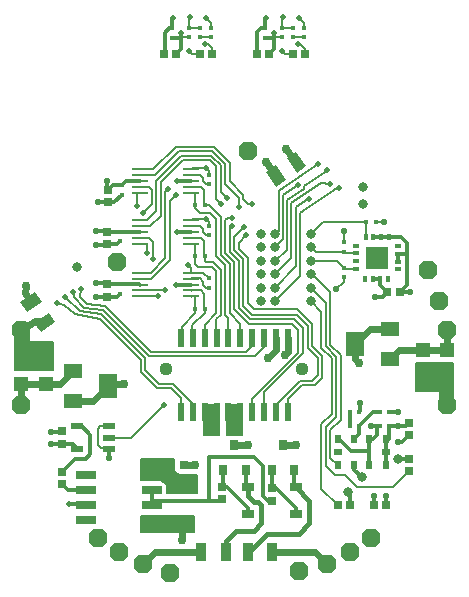
<source format=gtl>
G75*
%MOIN*%
%OFA0B0*%
%FSLAX24Y24*%
%IPPOS*%
%LPD*%
%AMOC8*
5,1,8,0,0,1.08239X$1,22.5*
%
%ADD10R,0.0380X0.0600*%
%ADD11R,0.0630X0.0512*%
%ADD12R,0.0630X0.0787*%
%ADD13R,0.1260X0.0276*%
%ADD14R,0.0453X0.0512*%
%ADD15OC8,0.0630*%
%ADD16R,0.0236X0.0630*%
%ADD17C,0.0437*%
%ADD18R,0.0551X0.0110*%
%ADD19R,0.0170X0.0170*%
%ADD20R,0.0300X0.0270*%
%ADD21R,0.0394X0.0217*%
%ADD22R,0.0700X0.0250*%
%ADD23R,0.0315X0.0354*%
%ADD24R,0.0400X0.0300*%
%ADD25R,0.0270X0.0300*%
%ADD26R,0.0236X0.0276*%
%ADD27R,0.0276X0.0236*%
%ADD28R,0.0768X0.0768*%
%ADD29R,0.0240X0.0120*%
%ADD30R,0.0120X0.0240*%
%ADD31C,0.0317*%
%ADD32R,0.0740X0.0480*%
%ADD33R,0.0300X0.0300*%
%ADD34R,0.0315X0.0315*%
%ADD35C,0.0198*%
%ADD36C,0.0120*%
%ADD37C,0.0060*%
%ADD38C,0.0210*%
%ADD39C,0.0200*%
%ADD40C,0.0300*%
%ADD41C,0.0240*%
%ADD42C,0.0160*%
D10*
X009780Y004740D03*
X010600Y004740D03*
X011330Y004740D03*
X012150Y004740D03*
G36*
X004711Y012701D02*
X004923Y012386D01*
X004427Y012051D01*
X004215Y012366D01*
X004711Y012701D01*
G37*
G36*
X004253Y013381D02*
X004465Y013066D01*
X003969Y012731D01*
X003757Y013046D01*
X004253Y013381D01*
G37*
G36*
X012600Y017119D02*
X012285Y016907D01*
X011950Y017403D01*
X012265Y017615D01*
X012600Y017119D01*
G37*
G36*
X013280Y017577D02*
X012965Y017365D01*
X012630Y017861D01*
X012945Y018073D01*
X013280Y017577D01*
G37*
D11*
X016061Y012169D03*
X016061Y011169D03*
X005519Y010761D03*
X005519Y009761D03*
D12*
X006661Y010261D03*
X014919Y011669D03*
D13*
X017584Y010890D03*
X004196Y010890D03*
D14*
X003793Y010309D03*
X004600Y010309D03*
X004600Y011471D03*
X003793Y011471D03*
X017180Y011471D03*
X017987Y011471D03*
X017987Y010309D03*
X017180Y010309D03*
D15*
X017990Y009640D03*
X017990Y012140D03*
X017694Y013091D03*
X017340Y014132D03*
X011340Y018090D03*
X006990Y014390D03*
X003790Y012140D03*
X003790Y009640D03*
X006357Y005190D03*
X007041Y004736D03*
X007840Y004340D03*
X008740Y004040D03*
X013040Y004090D03*
X013990Y004340D03*
X014740Y004740D03*
X015440Y005190D03*
D16*
X012662Y009385D03*
X012268Y009385D03*
X011874Y009385D03*
X011481Y009385D03*
X011087Y009385D03*
X010693Y009385D03*
X010299Y009385D03*
X009906Y009385D03*
X009512Y009385D03*
X009118Y009385D03*
X009118Y011846D03*
X009512Y011846D03*
X009906Y011846D03*
X010299Y011846D03*
X010693Y011846D03*
X011087Y011846D03*
X011481Y011846D03*
X011874Y011846D03*
X012268Y011846D03*
X012662Y011846D03*
D17*
X013154Y010812D03*
X008626Y010812D03*
D18*
X009433Y013246D03*
X009433Y013443D03*
X009433Y013640D03*
X009433Y013837D03*
X009433Y014034D03*
X009433Y014996D03*
X009433Y015193D03*
X009433Y015390D03*
X009433Y015587D03*
X009433Y015784D03*
X009433Y016696D03*
X009433Y016893D03*
X009433Y017090D03*
X009433Y017287D03*
X009433Y017484D03*
X007747Y017484D03*
X007747Y017287D03*
X007747Y017090D03*
X007747Y016893D03*
X007747Y016696D03*
X007747Y015784D03*
X007747Y015587D03*
X007747Y015390D03*
X007747Y015193D03*
X007747Y014996D03*
X007747Y014034D03*
X007747Y013837D03*
X007747Y013640D03*
X007747Y013443D03*
X007747Y013246D03*
D19*
X007090Y013335D03*
X007090Y013645D03*
X007090Y015085D03*
X007090Y015395D03*
X007140Y016635D03*
X007140Y016945D03*
X009585Y016290D03*
X009895Y016290D03*
X010040Y015595D03*
X010040Y015285D03*
X009895Y014590D03*
X009585Y014590D03*
X010040Y013845D03*
X010040Y013535D03*
X009895Y012840D03*
X009585Y012840D03*
X010040Y016985D03*
X010040Y017295D03*
X010107Y021877D03*
X010107Y022187D03*
X009741Y022187D03*
X009741Y021877D03*
X009375Y021877D03*
X009375Y022187D03*
X008820Y022181D03*
X008820Y021871D03*
X011920Y021871D03*
X011920Y022181D03*
X012475Y022187D03*
X012475Y021877D03*
X012841Y021877D03*
X012841Y022187D03*
X013207Y022187D03*
X013207Y021877D03*
X015285Y015740D03*
X015595Y015740D03*
X014540Y015045D03*
X014540Y014735D03*
X014540Y014195D03*
X014540Y013885D03*
X014735Y009390D03*
X015045Y009390D03*
X015045Y008940D03*
X014735Y008940D03*
X015735Y008940D03*
X016045Y008940D03*
X016045Y009390D03*
X015735Y009390D03*
D20*
X012140Y006850D03*
X012140Y006430D03*
X010490Y006480D03*
X010490Y006900D03*
X006640Y013230D03*
X006640Y013650D03*
X006640Y014980D03*
X006640Y015400D03*
X006690Y016380D03*
X006690Y016800D03*
X005140Y008750D03*
X005140Y008330D03*
X005140Y007400D03*
X005140Y006980D03*
D21*
X005659Y008166D03*
X005659Y008914D03*
X006721Y008914D03*
X006721Y008540D03*
X006721Y008166D03*
D22*
X005930Y007290D03*
X005930Y006790D03*
X005930Y006290D03*
X005930Y005790D03*
X008150Y005790D03*
X008150Y006290D03*
X008150Y006790D03*
X008140Y007290D03*
D23*
X010516Y007463D03*
X011264Y007463D03*
X010890Y008290D03*
X012141Y007463D03*
X012515Y008290D03*
X012889Y007463D03*
D24*
X012940Y006880D03*
X012940Y006000D03*
X011340Y006000D03*
X011340Y006880D03*
D25*
X009200Y007640D03*
X008780Y007640D03*
X015980Y013390D03*
X016400Y013390D03*
D26*
X015947Y008498D03*
X015390Y008498D03*
X014890Y008498D03*
X014333Y008498D03*
X014333Y007632D03*
X014890Y007632D03*
X015390Y007632D03*
X015947Y007632D03*
D27*
X015947Y008065D03*
X014333Y008065D03*
D28*
X015640Y014540D03*
D29*
X014941Y014422D03*
X014941Y014678D03*
X014941Y014934D03*
X014941Y014166D03*
X016339Y014146D03*
X016339Y014402D03*
X016339Y014658D03*
X016339Y014914D03*
D30*
X016034Y015239D03*
X015778Y015239D03*
X015522Y015239D03*
X015266Y015239D03*
X015246Y013841D03*
X015502Y013841D03*
X015758Y013841D03*
X016014Y013841D03*
D31*
X015190Y016340D03*
X015190Y016890D03*
X013440Y015340D03*
X013440Y014890D03*
X013440Y014440D03*
X013440Y013990D03*
X013440Y013540D03*
X013440Y013090D03*
X012240Y013090D03*
X012240Y013540D03*
X012240Y013990D03*
X012240Y014440D03*
X012240Y014890D03*
X012240Y015340D03*
X011790Y015340D03*
X011790Y014890D03*
X011790Y014440D03*
X011790Y013990D03*
X011790Y013540D03*
X011790Y013090D03*
X016340Y007815D03*
X015140Y007215D03*
X014690Y006715D03*
X005640Y014240D03*
D32*
X009140Y006940D03*
X009140Y005640D03*
D33*
X014340Y006290D03*
X014740Y006290D03*
X015540Y006290D03*
X015940Y006290D03*
X016715Y007440D03*
X016715Y007840D03*
X016715Y008640D03*
X016715Y009040D03*
D34*
X013240Y021340D03*
X012840Y021340D03*
X012040Y021340D03*
X011640Y021340D03*
X010140Y021340D03*
X009740Y021340D03*
X008940Y021340D03*
X008540Y021340D03*
D35*
X009365Y021437D03*
X009109Y022030D03*
X008833Y022517D03*
X009396Y022545D03*
X009929Y022540D03*
X009915Y021657D03*
X011933Y022517D03*
X012209Y022030D03*
X012496Y022545D03*
X013029Y022540D03*
X013015Y021657D03*
X012465Y021437D03*
D36*
X012209Y021501D02*
X012209Y022030D01*
X012209Y021871D01*
X011920Y021871D01*
X011920Y022181D02*
X011775Y022181D01*
X011640Y022046D01*
X011640Y021340D01*
X012040Y021340D02*
X012108Y021400D01*
X012209Y021501D01*
X011920Y022181D02*
X011821Y022181D01*
X011920Y022181D02*
X011920Y022517D01*
X011933Y022517D01*
X009109Y022030D02*
X009109Y021501D01*
X009008Y021400D01*
X008940Y021340D01*
X008577Y021377D02*
X008540Y021340D01*
X008577Y021377D02*
X008577Y022037D01*
X008721Y022181D01*
X008820Y022181D01*
X008820Y022517D01*
X008833Y022517D01*
X009109Y022030D02*
X009109Y021871D01*
X008820Y021871D01*
X008990Y017090D02*
X009433Y017090D01*
X009433Y015390D02*
X008990Y015390D01*
X007747Y015390D02*
X007699Y015395D01*
X007090Y015395D01*
X007085Y015400D01*
X006640Y015400D01*
X006630Y015400D01*
X006615Y015415D01*
X006290Y015415D01*
X006290Y014965D02*
X006615Y014965D01*
X006630Y014980D01*
X006640Y014980D01*
X006985Y014980D01*
X007090Y015085D01*
X006885Y016380D02*
X006690Y016380D01*
X006680Y016390D01*
X006340Y016390D01*
X006680Y016790D02*
X006690Y016800D01*
X006835Y016945D01*
X007140Y016945D01*
X007285Y017090D01*
X007747Y017090D01*
X007140Y016635D02*
X006885Y016380D01*
X006690Y016800D02*
X006677Y016802D01*
X006665Y016807D01*
X006655Y016815D01*
X006647Y016825D01*
X006642Y016837D01*
X006640Y016850D01*
X006640Y017090D01*
X006600Y013690D02*
X006265Y013690D01*
X006600Y013690D02*
X006640Y013650D01*
X007085Y013650D01*
X007090Y013645D01*
X007699Y013645D01*
X007747Y013640D01*
X007090Y013335D02*
X006985Y013230D01*
X006640Y013230D01*
X006625Y013215D01*
X006265Y013215D01*
X008940Y013640D02*
X009433Y013640D01*
X005805Y008914D02*
X005659Y008914D01*
X005805Y008914D02*
X006090Y008629D01*
X006090Y007998D01*
X005932Y007840D01*
X005580Y007840D01*
X005140Y007400D01*
X005140Y006980D02*
X005330Y006790D01*
X005930Y006790D01*
X005930Y006315D02*
X005365Y006315D01*
X005930Y006290D02*
X005930Y006315D01*
X006715Y007865D02*
X006715Y008159D01*
X006721Y008166D01*
X005659Y008166D02*
X005494Y008330D01*
X005140Y008330D01*
X005125Y008315D01*
X004790Y008315D01*
X004790Y008740D02*
X005130Y008740D01*
X005140Y008750D01*
X008150Y006790D02*
X008150Y006440D01*
X010040Y006440D01*
X010480Y006440D01*
X010490Y006480D01*
X010490Y006900D02*
X010630Y006900D01*
X011340Y006190D01*
X011340Y006000D01*
X011840Y006590D02*
X012000Y006430D01*
X012140Y006430D01*
X011840Y006590D02*
X011840Y007598D01*
X011548Y007890D01*
X010040Y007890D01*
X010040Y006440D01*
X010490Y006900D02*
X010516Y006900D01*
X010516Y007463D01*
X011264Y007463D02*
X011264Y006880D01*
X011340Y006880D01*
X012140Y006850D02*
X012280Y006850D01*
X012940Y006190D01*
X012940Y006000D01*
X012940Y006880D02*
X012889Y006880D01*
X012889Y007463D01*
X012141Y007463D02*
X012141Y006850D01*
X012140Y006850D01*
X014333Y008498D02*
X014382Y008498D01*
X014790Y008090D01*
X015390Y008090D01*
X015390Y008498D01*
X015498Y008498D01*
X015640Y008640D01*
X015640Y008940D01*
X015735Y008940D01*
X015440Y008940D01*
X015045Y008940D02*
X015045Y008653D01*
X014890Y008498D01*
X015045Y008940D02*
X015495Y009390D01*
X015735Y009390D01*
X016045Y009390D02*
X016340Y009390D01*
X016340Y008940D02*
X016615Y008940D01*
X016715Y009040D01*
X016340Y008940D02*
X016340Y008940D01*
X016045Y008940D01*
X016045Y008498D01*
X015947Y008498D01*
X015947Y008065D01*
X015947Y007632D01*
X016340Y007815D02*
X016365Y007840D01*
X016715Y007840D01*
X016465Y008390D02*
X016340Y008390D01*
X016465Y008390D02*
X016715Y008640D01*
X015760Y008940D02*
X015735Y008940D01*
X015090Y009435D02*
X015090Y009690D01*
X015090Y009435D02*
X015045Y009390D01*
X014735Y009390D02*
X014735Y008940D01*
X015390Y008090D02*
X015390Y007632D01*
X015140Y007215D02*
X014890Y007465D01*
X014890Y007632D01*
X014690Y006715D02*
X014740Y006665D01*
X014740Y006290D01*
X015540Y006290D02*
X015540Y006590D01*
X015940Y006590D02*
X015940Y006290D01*
X015940Y006590D02*
X015940Y006590D01*
X015840Y013240D02*
X015590Y013240D01*
X015840Y013240D02*
X015980Y013390D01*
X015758Y013612D01*
X015758Y013841D01*
X015502Y013841D01*
X016400Y013390D02*
X016740Y013390D01*
X016640Y013630D02*
X016400Y013390D01*
X016640Y013630D02*
X016640Y014658D01*
X016640Y015040D01*
X016440Y015240D01*
X016035Y015240D01*
X016034Y015239D01*
X016035Y015240D01*
X016034Y015239D02*
X015778Y015239D01*
X015522Y015239D01*
X016339Y014658D02*
X016339Y014402D01*
X016339Y014658D02*
X016640Y014658D01*
X008150Y006440D02*
X008150Y006290D01*
D37*
X007790Y005940D02*
X007790Y005890D01*
X007790Y005390D01*
X009540Y005390D01*
X009540Y005940D01*
X007790Y005940D01*
X007790Y005917D02*
X009540Y005917D01*
X009540Y005859D02*
X007790Y005859D01*
X007790Y005800D02*
X009540Y005800D01*
X009540Y005742D02*
X007790Y005742D01*
X007790Y005683D02*
X009540Y005683D01*
X009540Y005625D02*
X007790Y005625D01*
X007790Y005566D02*
X009540Y005566D01*
X009540Y005508D02*
X007790Y005508D01*
X007790Y005449D02*
X009540Y005449D01*
X009540Y005391D02*
X007790Y005391D01*
X008640Y006690D02*
X008640Y006960D01*
X008460Y007140D01*
X007790Y007140D01*
X007790Y007840D01*
X008890Y007840D01*
X008890Y007431D01*
X009031Y007290D01*
X009640Y007290D01*
X009640Y006690D01*
X008640Y006690D01*
X008640Y006736D02*
X009640Y006736D01*
X009640Y006795D02*
X008640Y006795D01*
X008640Y006853D02*
X009640Y006853D01*
X009640Y006912D02*
X008640Y006912D01*
X008629Y006970D02*
X009640Y006970D01*
X009640Y007029D02*
X008571Y007029D01*
X008512Y007087D02*
X009640Y007087D01*
X009640Y007146D02*
X007790Y007146D01*
X007790Y007204D02*
X009640Y007204D01*
X009640Y007263D02*
X007790Y007263D01*
X007790Y007321D02*
X009000Y007321D01*
X008941Y007380D02*
X007790Y007380D01*
X007790Y007438D02*
X008890Y007438D01*
X008890Y007497D02*
X007790Y007497D01*
X007790Y007555D02*
X008890Y007555D01*
X008890Y007614D02*
X007790Y007614D01*
X007790Y007672D02*
X008890Y007672D01*
X008890Y007731D02*
X007790Y007731D01*
X007790Y007789D02*
X008890Y007789D01*
X009890Y008640D02*
X010390Y008640D01*
X010390Y009640D01*
X009890Y009640D01*
X009890Y008640D01*
X009890Y008667D02*
X010390Y008667D01*
X010390Y008725D02*
X009890Y008725D01*
X009890Y008784D02*
X010390Y008784D01*
X010390Y008842D02*
X009890Y008842D01*
X009890Y008901D02*
X010390Y008901D01*
X010390Y008959D02*
X009890Y008959D01*
X009890Y009018D02*
X010390Y009018D01*
X010390Y009076D02*
X009890Y009076D01*
X009890Y009135D02*
X010390Y009135D01*
X010390Y009193D02*
X009890Y009193D01*
X009890Y009252D02*
X010390Y009252D01*
X010390Y009310D02*
X009890Y009310D01*
X009890Y009369D02*
X010390Y009369D01*
X010390Y009427D02*
X009890Y009427D01*
X009890Y009486D02*
X010390Y009486D01*
X010390Y009544D02*
X009890Y009544D01*
X009890Y009603D02*
X010390Y009603D01*
X010640Y009603D02*
X011140Y009603D01*
X011140Y009640D02*
X011140Y008640D01*
X010640Y008640D01*
X010640Y009640D01*
X011140Y009640D01*
X011140Y009544D02*
X010640Y009544D01*
X010640Y009486D02*
X011140Y009486D01*
X011140Y009427D02*
X010640Y009427D01*
X010640Y009369D02*
X011140Y009369D01*
X011140Y009310D02*
X010640Y009310D01*
X010640Y009252D02*
X011140Y009252D01*
X011140Y009193D02*
X010640Y009193D01*
X010640Y009135D02*
X011140Y009135D01*
X011140Y009076D02*
X010640Y009076D01*
X010640Y009018D02*
X011140Y009018D01*
X011140Y008959D02*
X010640Y008959D01*
X010640Y008901D02*
X011140Y008901D01*
X011140Y008842D02*
X010640Y008842D01*
X010640Y008784D02*
X011140Y008784D01*
X011140Y008725D02*
X010640Y008725D01*
X010640Y008667D02*
X011140Y008667D01*
X011481Y009385D02*
X011481Y009831D01*
X013015Y011365D01*
X013015Y012140D01*
X012815Y012340D01*
X011365Y012340D01*
X010890Y012815D01*
X010890Y014390D01*
X010590Y014690D01*
X010590Y015790D01*
X010665Y015865D01*
X010815Y015865D01*
X010815Y015590D02*
X010740Y015515D01*
X010740Y014740D01*
X011040Y014440D01*
X011040Y012865D01*
X011415Y012490D01*
X012889Y012490D01*
X013190Y012189D01*
X013190Y011365D01*
X011874Y010049D01*
X011874Y009385D01*
X012268Y009385D02*
X012268Y009620D01*
X013063Y010415D01*
X013463Y010415D01*
X013665Y010617D01*
X013665Y011190D01*
X013340Y011515D01*
X013340Y012265D01*
X012965Y012640D01*
X011490Y012640D01*
X011190Y012940D01*
X011190Y014490D01*
X010890Y014790D01*
X010890Y015240D01*
X011215Y015565D01*
X011290Y015290D02*
X011040Y015040D01*
X011040Y014840D01*
X011340Y014540D01*
X011340Y013015D01*
X011540Y012815D01*
X012990Y012815D01*
X013490Y012315D01*
X013490Y011590D01*
X013815Y011265D01*
X013815Y010538D01*
X013567Y010290D01*
X013140Y010290D01*
X012662Y009812D01*
X012662Y009385D01*
X013790Y008990D02*
X014140Y009340D01*
X014140Y011190D01*
X013790Y011540D01*
X013790Y012740D01*
X013440Y013090D01*
X013440Y013540D02*
X013940Y013040D01*
X013940Y011590D01*
X014290Y011240D01*
X014290Y009240D01*
X013940Y008890D01*
X013940Y007582D01*
X014232Y007290D01*
X014590Y007290D01*
X014990Y006890D01*
X016165Y006890D01*
X016715Y007440D01*
X017740Y009640D02*
X017740Y010090D01*
X016940Y010090D01*
X016940Y011040D01*
X018190Y011040D01*
X018190Y009640D01*
X017740Y009640D01*
X017740Y009661D02*
X018190Y009661D01*
X018190Y009720D02*
X017740Y009720D01*
X017740Y009778D02*
X018190Y009778D01*
X018190Y009837D02*
X017740Y009837D01*
X017740Y009895D02*
X018190Y009895D01*
X018190Y009954D02*
X017740Y009954D01*
X017740Y010012D02*
X018190Y010012D01*
X018190Y010071D02*
X017740Y010071D01*
X018190Y010129D02*
X016940Y010129D01*
X016940Y010188D02*
X018190Y010188D01*
X018190Y010246D02*
X016940Y010246D01*
X016940Y010305D02*
X018190Y010305D01*
X018190Y010363D02*
X016940Y010363D01*
X016940Y010422D02*
X018190Y010422D01*
X018190Y010480D02*
X016940Y010480D01*
X016940Y010539D02*
X018190Y010539D01*
X018190Y010597D02*
X016940Y010597D01*
X016940Y010656D02*
X018190Y010656D01*
X018190Y010714D02*
X016940Y010714D01*
X016940Y010773D02*
X018190Y010773D01*
X018190Y010831D02*
X016940Y010831D01*
X016940Y010890D02*
X018190Y010890D01*
X018190Y010949D02*
X016940Y010949D01*
X016940Y011007D02*
X018190Y011007D01*
X014941Y014166D02*
X014569Y014166D01*
X014540Y014195D01*
X014295Y014440D01*
X013440Y014440D01*
X013440Y013990D02*
X013480Y013990D01*
X014090Y013380D01*
X014090Y011640D01*
X014440Y011290D01*
X014440Y009140D01*
X014090Y008790D01*
X014090Y007875D01*
X014333Y007632D01*
X013790Y006840D02*
X013790Y008990D01*
X013790Y006840D02*
X014340Y006290D01*
X011590Y011265D02*
X008040Y011265D01*
X006515Y012790D01*
X005873Y012874D01*
X005543Y013213D01*
X005498Y013382D01*
X005755Y013231D02*
X005788Y013478D01*
X005755Y013231D02*
X005969Y012999D01*
X006577Y012915D01*
X007465Y012027D01*
X008102Y011390D01*
X011265Y011390D01*
X011481Y011606D01*
X011481Y011846D01*
X011090Y011849D02*
X011090Y012340D01*
X010740Y012690D01*
X010740Y014340D01*
X010440Y014640D01*
X010440Y015890D01*
X010040Y016290D01*
X009895Y016290D01*
X009890Y016295D01*
X009890Y016780D01*
X009777Y016893D01*
X009433Y016893D01*
X009433Y016696D02*
X009585Y016696D01*
X009585Y016290D01*
X009585Y016195D01*
X009740Y016040D01*
X010090Y016040D01*
X010290Y015840D01*
X010290Y014590D01*
X010590Y014290D01*
X010590Y012640D01*
X010693Y012537D01*
X010693Y011846D01*
X011087Y011846D02*
X011090Y011849D01*
X011590Y011265D02*
X011874Y011549D01*
X011874Y011846D01*
X012240Y013090D02*
X013065Y013940D01*
X013065Y016040D01*
X014302Y016875D01*
X014374Y016861D01*
X014074Y016978D02*
X013791Y017033D01*
X012787Y016356D01*
X012787Y014537D01*
X012240Y013990D01*
X012240Y014440D02*
X012658Y014808D01*
X012658Y016452D01*
X013194Y016814D01*
X013215Y016921D01*
X013986Y017441D01*
X013989Y017458D01*
X013682Y017659D02*
X013682Y017659D01*
X012394Y016789D01*
X012390Y016790D01*
X012390Y015440D01*
X012290Y015340D01*
X012240Y015340D01*
X012522Y015172D02*
X012522Y016619D01*
X013003Y016943D01*
X013007Y016962D01*
X013354Y016498D02*
X013384Y016492D01*
X013354Y016498D02*
X012927Y016210D01*
X012927Y014252D01*
X012240Y013540D01*
X012240Y014890D02*
X012522Y015172D01*
X013440Y015340D02*
X013840Y015740D01*
X015285Y015740D01*
X015266Y015721D01*
X015266Y015239D01*
X015595Y015740D02*
X015890Y015740D01*
X015890Y015740D01*
X014941Y014678D02*
X014597Y014678D01*
X014540Y014735D01*
X013595Y014735D01*
X013440Y014890D01*
X014540Y015045D02*
X014540Y015440D01*
X014540Y013885D02*
X014540Y013740D01*
X014290Y013490D01*
X011465Y016340D02*
X011340Y016340D01*
X011190Y016490D01*
X011190Y016640D01*
X010740Y017090D01*
X010740Y017699D01*
X010199Y018240D01*
X008946Y018240D01*
X008190Y017484D01*
X007747Y017484D01*
X007747Y017287D02*
X008240Y017287D01*
X009043Y018090D01*
X010160Y018090D01*
X010590Y017660D01*
X010590Y016990D01*
X011040Y016540D01*
X011040Y016240D01*
X010640Y016540D02*
X010440Y016740D01*
X010440Y017620D01*
X010120Y017940D01*
X009122Y017940D01*
X008290Y017108D01*
X008290Y016090D01*
X007984Y015784D01*
X007747Y015784D01*
X007747Y015587D02*
X008087Y015587D01*
X008440Y015940D01*
X008440Y017047D01*
X009183Y017790D01*
X010078Y017790D01*
X010290Y017578D01*
X010290Y016490D01*
X010440Y016340D01*
X009940Y015840D02*
X009489Y015840D01*
X009433Y015784D01*
X009441Y015595D02*
X009735Y015595D01*
X009840Y015490D01*
X009840Y015390D01*
X009945Y015285D01*
X010040Y015285D01*
X009890Y015080D02*
X009890Y014595D01*
X009895Y014590D01*
X009895Y014435D01*
X009940Y014390D01*
X010190Y014390D01*
X010440Y014140D01*
X010440Y012640D01*
X010290Y012490D01*
X010290Y011855D01*
X010299Y011846D01*
X009906Y011846D02*
X009906Y012306D01*
X010290Y012690D01*
X010290Y014090D01*
X010140Y014240D01*
X009690Y014240D01*
X009590Y014340D01*
X009590Y014585D01*
X009585Y014590D01*
X009585Y014996D01*
X009433Y014996D01*
X009433Y015193D02*
X009777Y015193D01*
X009890Y015080D01*
X010040Y015595D02*
X010040Y015740D01*
X009940Y015840D01*
X009441Y015595D02*
X009433Y015587D01*
X008740Y016440D02*
X008940Y016640D01*
X008740Y016440D02*
X008740Y014462D01*
X008115Y013837D01*
X007747Y013837D01*
X007747Y014034D02*
X008100Y014034D01*
X008590Y014524D01*
X008590Y016740D01*
X008690Y016840D01*
X008140Y016778D02*
X008140Y016340D01*
X007840Y016040D01*
X007640Y016265D02*
X007640Y016696D01*
X007747Y016696D01*
X007540Y016696D01*
X007704Y016890D02*
X008028Y016890D01*
X008140Y016778D01*
X007747Y016893D02*
X007704Y016890D01*
X007747Y015193D02*
X008046Y015193D01*
X008190Y015049D01*
X008190Y014490D01*
X007990Y014690D02*
X007990Y014990D01*
X007704Y014990D01*
X007747Y014996D01*
X007747Y013443D02*
X008590Y013443D01*
X008340Y013246D02*
X007747Y013246D01*
X006457Y012648D02*
X007915Y011190D01*
X007915Y010790D01*
X008390Y010315D01*
X008854Y010315D01*
X009512Y009657D01*
X009512Y009385D01*
X009118Y009385D02*
X009118Y009862D01*
X008790Y010190D01*
X008315Y010190D01*
X007765Y010740D01*
X007765Y011140D01*
X006397Y012508D01*
X005572Y012647D01*
X005215Y012972D01*
X004993Y013041D01*
X005239Y013211D02*
X005732Y012773D01*
X006457Y012648D01*
X004840Y011740D02*
X004840Y010790D01*
X003590Y010790D01*
X003590Y012190D01*
X004040Y012190D01*
X004040Y011740D01*
X004840Y011740D01*
X004840Y011709D02*
X003590Y011709D01*
X003590Y011651D02*
X004840Y011651D01*
X004840Y011592D02*
X003590Y011592D01*
X003590Y011534D02*
X004840Y011534D01*
X004840Y011475D02*
X003590Y011475D01*
X003590Y011417D02*
X004840Y011417D01*
X004840Y011358D02*
X003590Y011358D01*
X003590Y011300D02*
X004840Y011300D01*
X004840Y011241D02*
X003590Y011241D01*
X003590Y011183D02*
X004840Y011183D01*
X004840Y011124D02*
X003590Y011124D01*
X003590Y011066D02*
X004840Y011066D01*
X004840Y011007D02*
X003590Y011007D01*
X003590Y010949D02*
X004840Y010949D01*
X004840Y010890D02*
X003590Y010890D01*
X003590Y010831D02*
X004840Y010831D01*
X004040Y011768D02*
X003590Y011768D01*
X003590Y011826D02*
X004040Y011826D01*
X004040Y011885D02*
X003590Y011885D01*
X003590Y011943D02*
X004040Y011943D01*
X004040Y012002D02*
X003590Y012002D01*
X003590Y012060D02*
X004040Y012060D01*
X004040Y012119D02*
X003590Y012119D01*
X003590Y012177D02*
X004040Y012177D01*
X006414Y008914D02*
X006340Y008840D01*
X006340Y008290D01*
X006440Y008190D01*
X006697Y008190D01*
X006721Y008166D01*
X006721Y008540D02*
X007440Y008540D01*
X008540Y009640D01*
X006721Y008914D02*
X006414Y008914D01*
X009118Y011846D02*
X009140Y011867D01*
X009140Y012240D01*
X009585Y012685D01*
X009585Y012840D01*
X009585Y013246D01*
X009433Y013246D01*
X009485Y013237D01*
X009479Y013440D02*
X009433Y013443D01*
X009787Y013443D01*
X009890Y013340D01*
X009890Y012845D01*
X009895Y012840D01*
X009895Y012695D01*
X009490Y012290D01*
X009490Y011868D01*
X009512Y011846D01*
X009945Y013535D02*
X010040Y013535D01*
X009945Y013535D02*
X009840Y013640D01*
X009840Y013740D01*
X009735Y013845D01*
X009441Y013845D01*
X009433Y013837D01*
X009433Y014034D02*
X009851Y014034D01*
X010040Y013845D01*
X009433Y014034D02*
X009433Y014197D01*
X009340Y014290D01*
X009945Y016985D02*
X010040Y016985D01*
X009945Y016985D02*
X009840Y017090D01*
X009840Y017190D01*
X009735Y017295D01*
X009441Y017295D01*
X009433Y017287D01*
X009433Y017484D02*
X009489Y017540D01*
X009940Y017540D01*
X010040Y017440D01*
X010040Y017295D01*
X010140Y021340D02*
X010140Y021527D01*
X010020Y021647D01*
X009915Y021657D01*
X009741Y021877D02*
X010107Y021877D01*
X010107Y022187D02*
X010107Y022362D01*
X009929Y022540D01*
X009741Y022187D02*
X009375Y022187D01*
X009375Y022524D01*
X009396Y022545D01*
X009109Y022030D02*
X009109Y021877D01*
X009375Y021877D01*
X009365Y021437D02*
X009462Y021340D01*
X009740Y021340D01*
X009109Y022027D02*
X009109Y022030D01*
X012209Y022027D02*
X012209Y022030D01*
X012209Y021877D01*
X012475Y021877D01*
X012475Y022187D02*
X012841Y022187D01*
X012841Y021877D02*
X013207Y021877D01*
X013083Y021647D02*
X013015Y021657D01*
X013083Y021647D02*
X013240Y021490D01*
X013240Y021340D01*
X013240Y021339D02*
X013238Y021339D01*
X013236Y021340D01*
X013234Y021341D01*
X012840Y021340D02*
X012562Y021340D01*
X012465Y021437D01*
X012475Y022187D02*
X012475Y022524D01*
X012496Y022545D01*
X013029Y022540D02*
X013207Y022362D01*
X013207Y022187D01*
D38*
X015890Y015740D03*
X014540Y015440D03*
X014290Y013490D03*
X015590Y013240D03*
X016740Y013390D03*
X015090Y009690D03*
X015440Y008940D03*
X016340Y008940D03*
X016340Y009390D03*
X016340Y008390D03*
X015940Y006590D03*
X015540Y006590D03*
X006715Y007865D03*
X004790Y008315D03*
X004790Y008740D03*
X006265Y013215D03*
X006265Y013690D03*
X006290Y014965D03*
X006290Y015415D03*
X006340Y016390D03*
X006640Y017090D03*
D39*
X005365Y006315D03*
X008540Y009640D03*
X008340Y013246D03*
X008590Y013443D03*
X008940Y013640D03*
X009340Y014290D03*
X008990Y015390D03*
X009940Y015840D03*
X010440Y016340D03*
X010640Y016540D03*
X011040Y016240D03*
X010815Y015865D03*
X010815Y015590D03*
X011215Y015565D03*
X011290Y015290D03*
X011465Y016340D03*
X013007Y016962D03*
X013384Y016492D03*
X014074Y016978D03*
X014374Y016861D03*
X013989Y017458D03*
X013682Y017659D03*
X009940Y017540D03*
X008990Y017090D03*
X008940Y016640D03*
X008690Y016840D03*
X007840Y016040D03*
X007640Y016265D03*
X007990Y014690D03*
X008190Y014490D03*
X005788Y013478D03*
X005498Y013382D03*
X005239Y013211D03*
X004993Y013041D03*
D40*
X003944Y013583D03*
X007215Y010315D03*
X008390Y007740D03*
X009590Y007640D03*
X010140Y008790D03*
X010890Y008790D03*
X011340Y008290D03*
X012940Y008290D03*
X012015Y011190D03*
X012565Y011290D03*
X015040Y011040D03*
X011949Y017726D03*
X012612Y018173D03*
X009140Y005140D03*
D41*
X009140Y005640D01*
X009780Y004740D02*
X008240Y004740D01*
X007840Y004340D01*
X009200Y007640D02*
X009590Y007640D01*
X010890Y008290D02*
X011340Y008290D01*
X011340Y008290D01*
X012515Y008290D02*
X012940Y008290D01*
X012940Y008290D01*
X012015Y011190D02*
X012268Y011443D01*
X012268Y011846D01*
X012662Y011846D02*
X012662Y011387D01*
X012565Y011290D01*
X014919Y011161D02*
X015040Y011040D01*
X014919Y011161D02*
X014919Y011669D01*
X015419Y012169D01*
X016061Y012169D01*
X016363Y011471D02*
X017180Y011471D01*
X017987Y011471D01*
X017987Y012137D01*
X017990Y012140D01*
X016363Y011471D02*
X016061Y011169D01*
X012275Y017261D02*
X012261Y017263D01*
X011949Y017726D01*
X012612Y018173D02*
X012955Y017719D01*
X007215Y010315D02*
X006715Y010315D01*
X006661Y010261D01*
X006161Y009761D01*
X005519Y009761D01*
X005067Y010309D02*
X004600Y010309D01*
X003793Y010309D01*
X003793Y009643D01*
X003790Y009640D01*
X005067Y010309D02*
X005519Y010761D01*
X004569Y012376D02*
X004236Y012441D01*
X003790Y012140D01*
X004111Y013056D02*
X003902Y013366D01*
X003944Y013583D01*
X012150Y004740D02*
X013590Y004740D01*
X013990Y004340D01*
D42*
X013040Y005340D02*
X013390Y005690D01*
X013390Y006430D01*
X012940Y006880D01*
X011790Y006280D02*
X011790Y005690D01*
X011540Y005440D01*
X010940Y005440D01*
X010600Y005100D01*
X010600Y004740D01*
X011330Y004740D02*
X011330Y004680D01*
X011990Y005340D01*
X013040Y005340D01*
X011790Y006280D02*
X011680Y006390D01*
X011540Y006390D01*
X011340Y006590D01*
X011340Y006880D01*
M02*

</source>
